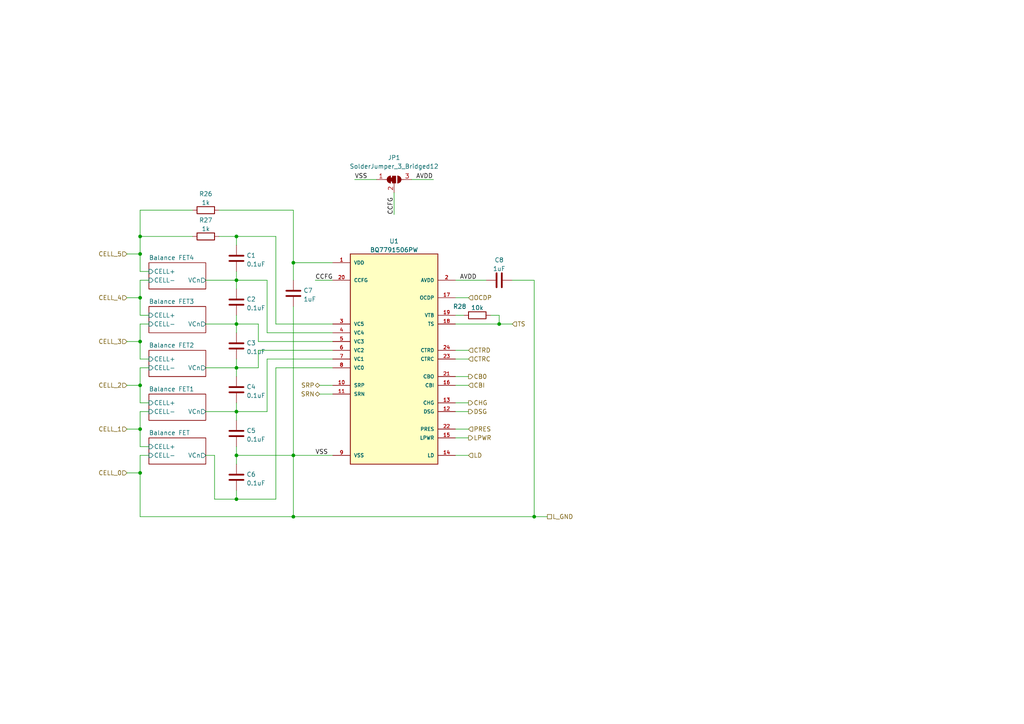
<source format=kicad_sch>
(kicad_sch (version 20211123) (generator eeschema)
  (paper "A4")
  (title_block (title "Protection and Balancing") (date "2022-10-30") (rev "Rev 0") (company "QTech BMS Dept"))
  (lib_symbols
    (symbol "BQ7791506PW:BQ7791506PW" (pin_names (offset 1.016))
      (property "Reference" "U" (at -12.7 31.4706 0))
      (property "Value" "BQ7791506PW" (at -12.7 -33.02 0))
      (symbol "BQ7791506PW_0_0"
        (rectangle (start -12.7 -30.48) (end 12.7 30.48) (stroke (width 0.254)) (fill (type background)))
        (pin power_in line (at -17.78 27.94 0) (length 5.08) (name "VDD") (number "1"))
        (pin input line (at -17.78 -7.62 0) (length 5.08) (name "SRP") (number "10"))
        (pin input line (at -17.78 -10.16 0) (length 5.08) (name "SRN") (number "11"))
        (pin output line (at 17.78 -15.24 180) (length 5.08) (name "DSG") (number "12"))
        (pin output line (at 17.78 -12.7 180) (length 5.08) (name "CHG") (number "13"))
        (pin input line (at 17.78 -27.94 180) (length 5.08) (name "LD") (number "14"))
        (pin output line (at 17.78 -22.86 180) (length 5.08) (name "LPWR") (number "15"))
        (pin input line (at 17.78 -7.62 180) (length 5.08) (name "CBI") (number "16"))
        (pin input line (at 17.78 17.78 180) (length 5.08) (name "OCDP") (number "17"))
        (pin input line (at 17.78 10.16 180) (length 5.08) (name "TS") (number "18"))
        (pin output line (at 17.78 12.7 180) (length 5.08) (name "VTB") (number "19"))
        (pin output line (at 17.78 22.86 180) (length 5.08) (name "AVDD") (number "2"))
        (pin input line (at -17.78 22.86 0) (length 5.08) (name "CCFG") (number "20"))
        (pin output line (at 17.78 -5.08 180) (length 5.08) (name "CBO") (number "21"))
        (pin input line (at 17.78 -20.32 180) (length 5.08) (name "PRES") (number "22"))
        (pin input line (at 17.78 0 180) (length 5.08) (name "CTRC") (number "23"))
        (pin input line (at 17.78 2.54 180) (length 5.08) (name "CTRD") (number "24"))
        (pin input line (at -17.78 10.16 0) (length 5.08) (name "VC5") (number "3"))
        (pin input line (at -17.78 7.62 0) (length 5.08) (name "VC4") (number "4"))
        (pin input line (at -17.78 5.08 0) (length 5.08) (name "VC3") (number "5"))
        (pin input line (at -17.78 2.54 0) (length 5.08) (name "VC2") (number "6"))
        (pin input line (at -17.78 0 0) (length 5.08) (name "VC1") (number "7"))
        (pin input line (at -17.78 -2.54 0) (length 5.08) (name "VC0") (number "8"))
        (pin power_in line (at -17.78 -27.94 0) (length 5.08) (name "VSS") (number "9"))
      )
    )
    (symbol "Device:C" (pin_numbers hide) (pin_names (offset 0.254))
      (property "Reference" "C" (at 0.635 2.54 0))
      (property "Value" "C" (at 0.635 -2.54 0))
      (symbol "C_0_1"
        (polyline (pts (xy -2.032 -0.762) (xy 2.032 -0.762)) (stroke (width 0.508)))
        (polyline (pts (xy -2.032 0.762) (xy 2.032 0.762)) (stroke (width 0.508)))
      )
      (symbol "C_1_1"
        (pin passive line (at 0 3.81 270) (length 2.794) (name "~") (number "1"))
        (pin passive line (at 0 -3.81 90) (length 2.794) (name "~") (number "2"))
      )
    )
    (symbol "Device:R" (pin_numbers hide) (pin_names (offset 0))
      (property "Reference" "R" (at 2.032 0 90))
      (property "Value" "R" (at 0 0 90))
      (symbol "R_0_1"
        (rectangle (start -1.016 -2.54) (end 1.016 2.54) (stroke (width 0.254)))
      )
      (symbol "R_1_1"
        (pin passive line (at 0 3.81 270) (length 1.27) (name "~") (number "1"))
        (pin passive line (at 0 -3.81 90) (length 1.27) (name "~") (number "2"))
      )
    )
    (symbol "Jumper:SolderJumper_3_Bridged12" (pin_names (offset 0) hide)
      (property "Reference" "JP" (at -2.54 -2.54 0))
      (property "Value" "SolderJumper_3_Bridged12" (at 0 2.794 0))
      (symbol "SolderJumper_3_Bridged12_0_1"
        (rectangle (start -1.016 0.508) (end -0.508 -0.508) (fill (type outline)))
        (arc (start -1.016 1.016) (mid -2.032 0) (end -1.016 -1.016))
        (arc (start -1.016 1.016) (mid -2.032 0) (end -1.016 -1.016) (fill (type outline)))
        (rectangle (start -0.508 1.016) (end 0.508 -1.016) (fill (type outline)))
        (polyline (pts (xy -2.54 0) (xy -2.032 0)))
        (polyline (pts (xy -1.016 1.016) (xy -1.016 -1.016)))
        (polyline (pts (xy 0 -1.27) (xy 0 -1.016)))
        (polyline (pts (xy 1.016 1.016) (xy 1.016 -1.016)))
        (polyline (pts (xy 2.54 0) (xy 2.032 0)))
        (arc (start 1.016 -1.016) (mid 2.032 0) (end 1.016 1.016))
        (arc (start 1.016 -1.016) (mid 2.032 0) (end 1.016 1.016) (fill (type outline)))
      )
      (symbol "SolderJumper_3_Bridged12_1_1"
        (pin passive line (at -5.08 0 0) (length 2.54) (name "A") (number "1"))
        (pin passive line (at 0 -3.81 90) (length 2.54) (name "C") (number "2"))
        (pin passive line (at 5.08 0 180) (length 2.54) (name "B") (number "3"))
      )
    )
  )
  (junction (at 144.78 93.98))
  (junction (at 68.58 106.68))
  (junction (at 68.58 119.38))
  (junction (at 85.09 76.2))
  (junction (at 85.09 132.08))
  (junction (at 68.58 144.78))
  (junction (at 40.64 99.06))
  (junction (at 40.64 124.46))
  (junction (at 68.58 81.28))
  (junction (at 68.58 132.08))
  (junction (at 40.64 137.16))
  (junction (at 40.64 68.58))
  (junction (at 154.94 149.86))
  (junction (at 40.64 73.66))
  (junction (at 68.58 93.98))
  (junction (at 40.64 86.36))
  (junction (at 68.58 68.58))
  (junction (at 40.64 111.76))
  (junction (at 85.09 149.86))
  (wire (pts (xy 85.09 88.9) (xy 85.09 132.08)))
  (wire (pts (xy 132.08 104.14) (xy 135.89 104.14)))
  (wire (pts (xy 36.83 99.06) (xy 40.64 99.06)))
  (wire (pts (xy 85.09 132.08) (xy 85.09 149.86)))
  (wire (pts (xy 40.64 111.76) (xy 40.64 106.68)))
  (wire (pts (xy 40.64 86.36) (xy 40.64 81.28)))
  (wire (pts (xy 144.78 93.98) (xy 148.59 93.98)))
  (wire (pts (xy 40.64 132.08) (xy 43.18 132.08)))
  (wire (pts (xy 40.64 129.54) (xy 43.18 129.54)))
  (wire (pts (xy 40.64 91.44) (xy 43.18 91.44)))
  (wire (pts (xy 96.52 99.06) (xy 74.93 99.06)))
  (wire (pts (xy 96.52 114.3) (xy 92.71 114.3)))
  (wire (pts (xy 132.08 86.36) (xy 135.89 86.36)))
  (wire (pts (xy 132.08 101.6) (xy 135.89 101.6)))
  (wire (pts (xy 62.23 132.08) (xy 62.23 144.78)))
  (wire (pts (xy 68.58 104.14) (xy 68.58 106.68)))
  (wire (pts (xy 68.58 129.54) (xy 68.58 132.08)))
  (wire (pts (xy 63.5 68.58) (xy 68.58 68.58)))
  (wire (pts (xy 74.93 101.6) (xy 74.93 106.68)))
  (wire (pts (xy 119.38 52.07) (xy 125.73 52.07)))
  (wire (pts (xy 40.64 149.86) (xy 85.09 149.86)))
  (wire (pts (xy 40.64 60.96) (xy 55.88 60.96)))
  (wire (pts (xy 40.64 78.74) (xy 40.64 73.66)))
  (wire (pts (xy 68.58 144.78) (xy 68.58 142.24)))
  (wire (pts (xy 40.64 93.98) (xy 43.18 93.98)))
  (wire (pts (xy 85.09 60.96) (xy 85.09 76.2)))
  (wire (pts (xy 36.83 73.66) (xy 40.64 73.66)))
  (wire (pts (xy 68.58 116.84) (xy 68.58 119.38)))
  (wire (pts (xy 68.58 93.98) (xy 74.93 93.98)))
  (wire (pts (xy 114.3 55.88) (xy 114.3 62.23)))
  (wire (pts (xy 68.58 78.74) (xy 68.58 81.28)))
  (wire (pts (xy 132.08 111.76) (xy 135.89 111.76)))
  (wire (pts (xy 68.58 144.78) (xy 80.01 144.78)))
  (wire (pts (xy 132.08 132.08) (xy 135.89 132.08)))
  (wire (pts (xy 59.69 132.08) (xy 62.23 132.08)))
  (wire (pts (xy 40.64 137.16) (xy 40.64 132.08)))
  (wire (pts (xy 68.58 119.38) (xy 77.47 119.38)))
  (wire (pts (xy 63.5 60.96) (xy 85.09 60.96)))
  (wire (pts (xy 77.47 104.14) (xy 77.47 119.38)))
  (wire (pts (xy 96.52 111.76) (xy 92.71 111.76)))
  (wire (pts (xy 77.47 81.28) (xy 77.47 96.52)))
  (wire (pts (xy 96.52 101.6) (xy 74.93 101.6)))
  (wire (pts (xy 40.64 99.06) (xy 40.64 93.98)))
  (wire (pts (xy 132.08 91.44) (xy 134.62 91.44)))
  (wire (pts (xy 132.08 109.22) (xy 135.89 109.22)))
  (wire (pts (xy 96.52 104.14) (xy 77.47 104.14)))
  (wire (pts (xy 80.01 68.58) (xy 80.01 93.98)))
  (wire (pts (xy 40.64 81.28) (xy 43.18 81.28)))
  (wire (pts (xy 91.44 81.28) (xy 96.52 81.28)))
  (wire (pts (xy 68.58 132.08) (xy 68.58 134.62)))
  (wire (pts (xy 40.64 124.46) (xy 40.64 119.38)))
  (wire (pts (xy 40.64 116.84) (xy 40.64 111.76)))
  (wire (pts (xy 59.69 119.38) (xy 68.58 119.38)))
  (wire (pts (xy 74.93 106.68) (xy 68.58 106.68)))
  (wire (pts (xy 36.83 86.36) (xy 40.64 86.36)))
  (wire (pts (xy 40.64 119.38) (xy 43.18 119.38)))
  (wire (pts (xy 36.83 124.46) (xy 40.64 124.46)))
  (wire (pts (xy 154.94 149.86) (xy 158.75 149.86)))
  (wire (pts (xy 102.87 52.07) (xy 109.22 52.07)))
  (wire (pts (xy 85.09 81.28) (xy 85.09 76.2)))
  (wire (pts (xy 132.08 81.28) (xy 140.97 81.28)))
  (wire (pts (xy 40.64 116.84) (xy 43.18 116.84)))
  (wire (pts (xy 68.58 132.08) (xy 85.09 132.08)))
  (wire (pts (xy 68.58 93.98) (xy 68.58 96.52)))
  (wire (pts (xy 80.01 106.68) (xy 80.01 144.78)))
  (wire (pts (xy 68.58 91.44) (xy 68.58 93.98)))
  (wire (pts (xy 132.08 127) (xy 135.89 127)))
  (wire (pts (xy 40.64 106.68) (xy 43.18 106.68)))
  (wire (pts (xy 40.64 137.16) (xy 40.64 149.86)))
  (wire (pts (xy 154.94 81.28) (xy 154.94 149.86)))
  (wire (pts (xy 148.59 81.28) (xy 154.94 81.28)))
  (wire (pts (xy 85.09 132.08) (xy 96.52 132.08)))
  (wire (pts (xy 96.52 96.52) (xy 77.47 96.52)))
  (wire (pts (xy 40.64 60.96) (xy 40.64 68.58)))
  (wire (pts (xy 62.23 144.78) (xy 68.58 144.78)))
  (wire (pts (xy 59.69 93.98) (xy 68.58 93.98)))
  (wire (pts (xy 132.08 124.46) (xy 135.89 124.46)))
  (wire (pts (xy 132.08 116.84) (xy 135.89 116.84)))
  (wire (pts (xy 36.83 137.16) (xy 40.64 137.16)))
  (wire (pts (xy 36.83 111.76) (xy 40.64 111.76)))
  (wire (pts (xy 80.01 93.98) (xy 96.52 93.98)))
  (wire (pts (xy 68.58 106.68) (xy 68.58 109.22)))
  (wire (pts (xy 74.93 99.06) (xy 74.93 93.98)))
  (wire (pts (xy 59.69 106.68) (xy 68.58 106.68)))
  (wire (pts (xy 40.64 68.58) (xy 40.64 73.66)))
  (wire (pts (xy 40.64 91.44) (xy 40.64 86.36)))
  (wire (pts (xy 68.58 68.58) (xy 68.58 71.12)))
  (wire (pts (xy 132.08 119.38) (xy 135.89 119.38)))
  (wire (pts (xy 40.64 68.58) (xy 55.88 68.58)))
  (wire (pts (xy 85.09 76.2) (xy 96.52 76.2)))
  (wire (pts (xy 40.64 129.54) (xy 40.64 124.46)))
  (wire (pts (xy 142.24 91.44) (xy 144.78 91.44)))
  (wire (pts (xy 40.64 78.74) (xy 43.18 78.74)))
  (wire (pts (xy 144.78 91.44) (xy 144.78 93.98)))
  (wire (pts (xy 40.64 104.14) (xy 43.18 104.14)))
  (wire (pts (xy 132.08 93.98) (xy 144.78 93.98)))
  (wire (pts (xy 68.58 81.28) (xy 68.58 83.82)))
  (wire (pts (xy 85.09 149.86) (xy 154.94 149.86)))
  (wire (pts (xy 40.64 104.14) (xy 40.64 99.06)))
  (wire (pts (xy 96.52 106.68) (xy 80.01 106.68)))
  (wire (pts (xy 68.58 81.28) (xy 77.47 81.28)))
  (wire (pts (xy 68.58 119.38) (xy 68.58 121.92)))
  (wire (pts (xy 68.58 68.58) (xy 80.01 68.58)))
  (wire (pts (xy 59.69 81.28) (xy 68.58 81.28)))
  (label "CCFG" (at 114.3 57.15 270))
  (label "AVDD" (at 120.65 52.07 0))
  (label "VSS" (at 91.44 132.08 0))
  (label "AVDD" (at 133.35 81.28 0))
  (label "VSS" (at 102.87 52.07 0))
  (label "CCFG" (at 91.44 81.28 0))
  (hierarchical_label "SRP" (shape bidirectional) (at 92.71 111.76 180))
  (hierarchical_label "DSG" (shape output) (at 135.89 119.38 0))
  (hierarchical_label "CELL_2" (shape input) (at 36.83 111.76 180))
  (hierarchical_label "LPWR" (shape output) (at 135.89 127 0))
  (hierarchical_label "CELL_0" (shape input) (at 36.83 137.16 180))
  (hierarchical_label "LD" (shape input) (at 135.89 132.08 0))
  (hierarchical_label "CTRD" (shape input) (at 135.89 101.6 0))
  (hierarchical_label "CELL_5" (shape input) (at 36.83 73.66 180))
  (hierarchical_label "CELL_3" (shape input) (at 36.83 99.06 180))
  (hierarchical_label "TS" (shape input) (at 148.59 93.98 0))
  (hierarchical_label "CELL_1" (shape input) (at 36.83 124.46 180))
  (hierarchical_label "CELL_4" (shape input) (at 36.83 86.36 180))
  (hierarchical_label "L_GND" (shape passive) (at 158.75 149.86 0))
  (hierarchical_label "CTRC" (shape input) (at 135.89 104.14 0))
  (hierarchical_label "CB0" (shape output) (at 135.89 109.22 0))
  (hierarchical_label "OCDP" (shape input) (at 135.89 86.36 0))
  (hierarchical_label "SRN" (shape bidirectional) (at 92.71 114.3 180))
  (hierarchical_label "PRES" (shape input) (at 135.89 124.46 0))
  (hierarchical_label "CHG" (shape output) (at 135.89 116.84 0))
  (hierarchical_label "CBI" (shape input) (at 135.89 111.76 0))
  (symbol (lib_id "Device:C") (at 68.58 87.63 0) (unit 1)
    (property "Reference" "C2" (at 71.501 86.7953 0) (effects (justify left)))
    (property "Value" "0.1uF" (at 71.501 89.3322 0) (effects (justify left)))
    (property "Footprint" "Capacitor_SMD:C_0603_1608Metric" (effects hide))
    (property "Src_Value" "C_ine" (effects hide))
    (property "Src_Page" "20" (effects hide))
  )
  (symbol (lib_id "Device:C") (at 85.09 85.09 0) (unit 1)
    (property "Reference" "C7" (at 88.011 84.2553 0) (effects (justify left)))
    (property "Value" "1uF" (at 88.011 86.7922 0) (effects (justify left)))
    (property "Footprint" "Capacitor_SMD:C_0603_1608Metric" (effects hide))
    (property "Src_Value" "C_vdd" (effects hide))
    (property "Src_Page" "Table 10-1" (effects hide))
  )
  (symbol (lib_id "BQ7791506PW:BQ7791506PW") (at 114.3 104.14 0) (unit 1)
    (property "Reference" "U1" (at 114.3 69.9602 0))
    (property "Value" "BQ7791506PW" (at 114.3 72.4971 0))
    (property "Footprint" "Package_SO:TSSOP-24_4.4x7.8mm_P0.65mm" (effects hide))
    (property "Datasheet" "https://www.ti.com/lit/ds/symlink/bq77915.pdf?ts=1666811225641&ref_url=https%253A%252F%252Fwww.ti.com%252Fproduct%252FBQ77915" (effects hide))
    (property "MANUFACTURER" "Texas Instruments" (effects hide))
    (property "STANDARD" "IPC 7351B" (effects hide))
    (property "PARTREV" "H" (effects hide))
    (property "MAXIMUM_PACKAGE_HEIGHT" "1.2 mm" (effects hide))
  )
  (symbol (lib_id "Device:C") (at 68.58 138.43 0) (unit 1)
    (property "Reference" "C6" (at 71.501 137.5953 0) (effects (justify left)))
    (property "Value" "0.1uF" (at 71.501 140.1322 0) (effects (justify left)))
    (property "Footprint" "Capacitor_SMD:C_0603_1608Metric" (effects hide))
    (property "Src_Value" "C_ine" (effects hide))
    (property "Src_Page" "20" (effects hide))
  )
  (symbol (lib_id "Device:R") (at 138.43 91.44 90) (unit 1)
    (property "Reference" "R28" (at 133.35 88.9 90))
    (property "Value" "10k" (at 138.43 89.2611 90))
    (property "Footprint" "Resistor_SMD:R_0603_1608Metric" (effects hide))
    (property "Src_Value" "R_ts_pu" (effects hide))
    (property "Src_Page" "Table 10-1" (effects hide))
  )
  (symbol (lib_id "Device:R") (at 59.69 60.96 90) (unit 1)
    (property "Reference" "R26" (at 59.69 56.2442 90))
    (property "Value" "1k" (at 59.69 58.7811 90))
    (property "Footprint" "Resistor_SMD:R_0603_1608Metric" (effects hide))
    (property "Src_Value" "R_vdd" (effects hide))
    (property "Src_Page" "Table 10-1" (effects hide))
  )
  (symbol (lib_id "Device:C") (at 68.58 100.33 0) (unit 1)
    (property "Reference" "C3" (at 71.501 99.4953 0) (effects (justify left)))
    (property "Value" "0.1uF" (at 71.501 102.0322 0) (effects (justify left)))
    (property "Footprint" "Capacitor_SMD:C_0603_1608Metric" (effects hide))
    (property "Src_Value" "C_ine" (effects hide))
    (property "Src_Page" "20" (effects hide))
  )
  (symbol (lib_id "Device:R") (at 59.69 68.58 90) (unit 1)
    (property "Reference" "R27" (at 59.69 63.8642 90))
    (property "Value" "1k" (at 59.69 66.4011 90))
    (property "Footprint" "Resistor_SMD:R_0603_1608Metric" (effects hide))
    (property "Src_Value" "R_ine" (effects hide))
    (property "Src_Page" "20" (effects hide))
  )
  (symbol (lib_id "Jumper:SolderJumper_3_Bridged12") (at 114.3 52.07 0) (unit 1)
    (property "Reference" "JP1" (at 114.3 45.72 0))
    (property "Value" "SolderJumper_3_Bridged12" (at 114.3 48.26 0))
    (property "Footprint" "Jumper:SolderJumper-3_P1.3mm_Open_RoundedPad1.0x1.5mm_NumberLabels" (effects hide))
  )
  (symbol (lib_id "Device:C") (at 68.58 74.93 0) (unit 1)
    (property "Reference" "C1" (at 71.501 74.0953 0) (effects (justify left)))
    (property "Value" "0.1uF" (at 71.501 76.6322 0) (effects (justify left)))
    (property "Footprint" "Capacitor_SMD:C_0603_1608Metric" (effects hide))
    (property "Src_Value" "C_ine" (effects hide))
    (property "Src_Page" "20" (effects hide))
  )
  (symbol (lib_id "Device:C") (at 68.58 113.03 0) (unit 1)
    (property "Reference" "C4" (at 71.501 112.1953 0) (effects (justify left)))
    (property "Value" "0.1uF" (at 71.501 114.7322 0) (effects (justify left)))
    (property "Footprint" "Capacitor_SMD:C_0603_1608Metric" (effects hide))
    (property "Src_Value" "C_ine" (effects hide))
    (property "Src_Page" "20" (effects hide))
  )
  (symbol (lib_id "Device:C") (at 144.78 81.28 270) (unit 1)
    (property "Reference" "C8" (at 144.78 75.4212 90))
    (property "Value" "1uF" (at 144.78 77.9581 90))
    (property "Footprint" "Capacitor_SMD:C_0603_1608Metric" (effects hide))
    (property "Src_Value" "C_vdd" (effects hide))
    (property "Src_Page" "Table 10-1" (effects hide))
  )
  (symbol (lib_id "Device:C") (at 68.58 125.73 0) (unit 1)
    (property "Reference" "C5" (at 71.501 124.8953 0) (effects (justify left)))
    (property "Value" "0.1uF" (at 71.501 127.4322 0) (effects (justify left)))
    (property "Footprint" "Capacitor_SMD:C_0603_1608Metric" (effects hide))
    (property "Src_Value" "C_ine" (effects hide))
    (property "Src_Page" "20" (effects hide))
  )
  (sheet (at 43.18 76.2) (size 16.51 7.62) (stroke (width 0.1524))
    (property "Sheet name" "Balance FET4" (at 43.18 75.4884 0) (effects (justify left bottom)))
    (property "Sheet file" "balance_fet.kicad_sch" (effects hide))
    (pin "CELL-" input (at 43.18 81.28 180))
    (pin "CELL+" input (at 43.18 78.74 180))
    (pin "VCn" output (at 59.69 81.28 0))
  )
  (sheet (at 43.18 114.3) (size 16.51 7.62) (stroke (width 0.1524))
    (property "Sheet name" "Balance FET1" (at 43.18 113.5884 0) (effects (justify left bottom)))
    (property "Sheet file" "balance_fet.kicad_sch" (effects hide))
    (pin "CELL-" input (at 43.18 119.38 180))
    (pin "CELL+" input (at 43.18 116.84 180))
    (pin "VCn" output (at 59.69 119.38 0))
  )
  (sheet (at 43.18 101.6) (size 16.51 7.62) (stroke (width 0.1524))
    (property "Sheet name" "Balance FET2" (at 43.18 100.8884 0) (effects (justify left bottom)))
    (property "Sheet file" "balance_fet.kicad_sch" (effects hide))
    (pin "CELL-" input (at 43.18 106.68 180))
    (pin "CELL+" input (at 43.18 104.14 180))
    (pin "VCn" output (at 59.69 106.68 0))
  )
  (sheet (at 43.18 127) (size 16.51 7.62) (stroke (width 0.1524))
    (property "Sheet name" "Balance FET" (at 43.18 126.2884 0) (effects (justify left bottom)))
    (property "Sheet file" "balance_fet.kicad_sch" (effects hide))
    (pin "CELL-" input (at 43.18 132.08 180))
    (pin "CELL+" input (at 43.18 129.54 180))
    (pin "VCn" output (at 59.69 132.08 0))
  )
  (sheet (at 43.18 88.9) (size 16.51 7.62) (stroke (width 0.1524))
    (property "Sheet name" "Balance FET3" (at 43.18 88.1884 0) (effects (justify left bottom)))
    (property "Sheet file" "balance_fet.kicad_sch" (effects hide))
    (pin "CELL-" input (at 43.18 93.98 180))
    (pin "CELL+" input (at 43.18 91.44 180))
    (pin "VCn" output (at 59.69 93.98 0))
  )
)
</source>
